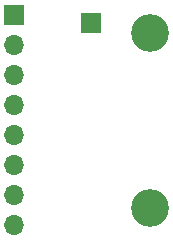
<source format=gbr>
%TF.GenerationSoftware,KiCad,Pcbnew,9.0.0*%
%TF.CreationDate,2025-04-11T10:11:51-04:00*%
%TF.ProjectId,lsm6dso_breakout,6c736d36-6473-46f5-9f62-7265616b6f75,rev?*%
%TF.SameCoordinates,Original*%
%TF.FileFunction,Soldermask,Bot*%
%TF.FilePolarity,Negative*%
%FSLAX46Y46*%
G04 Gerber Fmt 4.6, Leading zero omitted, Abs format (unit mm)*
G04 Created by KiCad (PCBNEW 9.0.0) date 2025-04-11 10:11:51*
%MOMM*%
%LPD*%
G01*
G04 APERTURE LIST*
%ADD10R,1.700000X1.700000*%
%ADD11O,1.700000X1.700000*%
%ADD12C,3.200000*%
G04 APERTURE END LIST*
D10*
%TO.C,J2*%
X159278680Y-95678680D03*
%TD*%
%TO.C,J1*%
X152778680Y-94978680D03*
D11*
X152778680Y-97518680D03*
X152778680Y-100058680D03*
X152778680Y-102598680D03*
X152778680Y-105138680D03*
X152778680Y-107678680D03*
X152778680Y-110218680D03*
X152778680Y-112758680D03*
%TD*%
D12*
%TO.C,H1*%
X164278680Y-96478680D03*
%TD*%
%TO.C,H2*%
X164278680Y-111278680D03*
%TD*%
M02*

</source>
